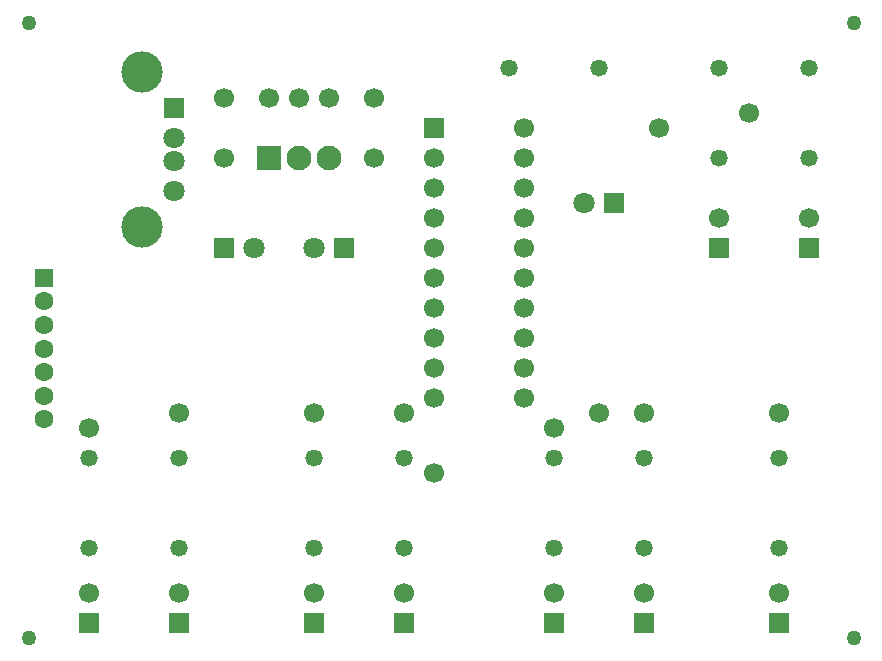
<source format=gbs>
G04 DipTrace 3.2.0.1*
G04 BottomMask.gbs*
%MOIN*%
G04 #@! TF.FileFunction,Soldermask,Bot*
G04 #@! TF.Part,Single*
%ADD17R,0.062992X0.062992*%
%ADD18C,0.05*%
%ADD20C,0.062992*%
%ADD39C,0.066929*%
%ADD41C,0.082677*%
%ADD42C,0.066929*%
%ADD43R,0.082677X0.082677*%
%ADD44R,0.066929X0.066929*%
%ADD49C,0.137795*%
%ADD51C,0.070866*%
%ADD52C,0.057874*%
%ADD54C,0.057874*%
%ADD56R,0.070866X0.070866*%
%ADD57C,0.070866*%
%FSLAX26Y26*%
G04*
G70*
G90*
G75*
G01*
G04 BotMask*
%LPD*%
D57*
X1243701Y1793701D3*
D56*
X1143701D3*
D57*
X2343701Y1943701D3*
D56*
X2443701D3*
D54*
X2093701Y2393701D3*
D52*
X2393701D3*
D54*
X2793701D3*
D52*
Y2093701D3*
D54*
X2543701Y1093701D3*
D52*
Y793701D3*
D54*
X2243701Y1093701D3*
D52*
Y793701D3*
D54*
X693701Y1093701D3*
D52*
Y793701D3*
D54*
X993701Y1093701D3*
D52*
Y793701D3*
D54*
X1443701Y1093701D3*
D52*
Y793701D3*
D54*
X1743701Y1093701D3*
D52*
Y793701D3*
D54*
X3093701Y2393701D3*
D52*
Y2093701D3*
D54*
X2993701Y1093701D3*
D52*
Y793701D3*
D56*
X1543701Y1793701D3*
D57*
X1443701D3*
D56*
X979987Y2259252D3*
D51*
Y2160827D3*
Y2082087D3*
Y1983661D3*
D49*
X873294Y2380118D3*
Y1862795D3*
D17*
X543701Y1693701D3*
D20*
Y1614961D3*
Y1536220D3*
Y1457480D3*
Y1378740D3*
Y1300000D3*
Y1221260D3*
D42*
X1743701Y643701D3*
D44*
Y543701D3*
D18*
X493701Y493701D3*
Y2543701D3*
X3243701Y493701D3*
Y2543701D3*
D43*
X1293701Y2093701D3*
D41*
X1393701D3*
X1493701D3*
D42*
X1443701Y643701D3*
D44*
Y543701D3*
X1843701Y2193701D3*
D42*
Y2093701D3*
Y1993701D3*
Y1893701D3*
Y1793699D3*
Y1693699D3*
Y1593701D3*
Y1493699D3*
Y1393699D3*
Y1293701D3*
X2143701Y2193699D3*
Y2093699D3*
Y1993699D3*
Y1893701D3*
Y1793699D3*
Y1693699D3*
Y1593701D3*
Y1493699D3*
Y1393699D3*
Y1293701D3*
X2243701Y643701D3*
D44*
Y543701D3*
D42*
X2543701Y643701D3*
D44*
Y543701D3*
D42*
X993701Y643701D3*
D44*
Y543701D3*
D42*
X693701Y643701D3*
D44*
Y543701D3*
D39*
Y1193701D3*
X993701Y1243701D3*
X1443701D3*
X1743701D3*
X2243701Y1193701D3*
X2393701Y1243701D3*
X2543701D3*
X2993701D3*
X2593701Y2193701D3*
X2893701Y2243701D3*
X1143701Y2093701D3*
X1843701Y1043701D3*
X1643701Y2093701D3*
X1393701Y2293701D3*
X1493701D3*
X1643701D3*
X1293701D3*
X1143701D3*
D42*
X3093701Y1893701D3*
D44*
Y1793701D3*
D42*
X2793701Y1893701D3*
D44*
Y1793701D3*
D42*
X2993701Y643701D3*
D44*
Y543701D3*
M02*

</source>
